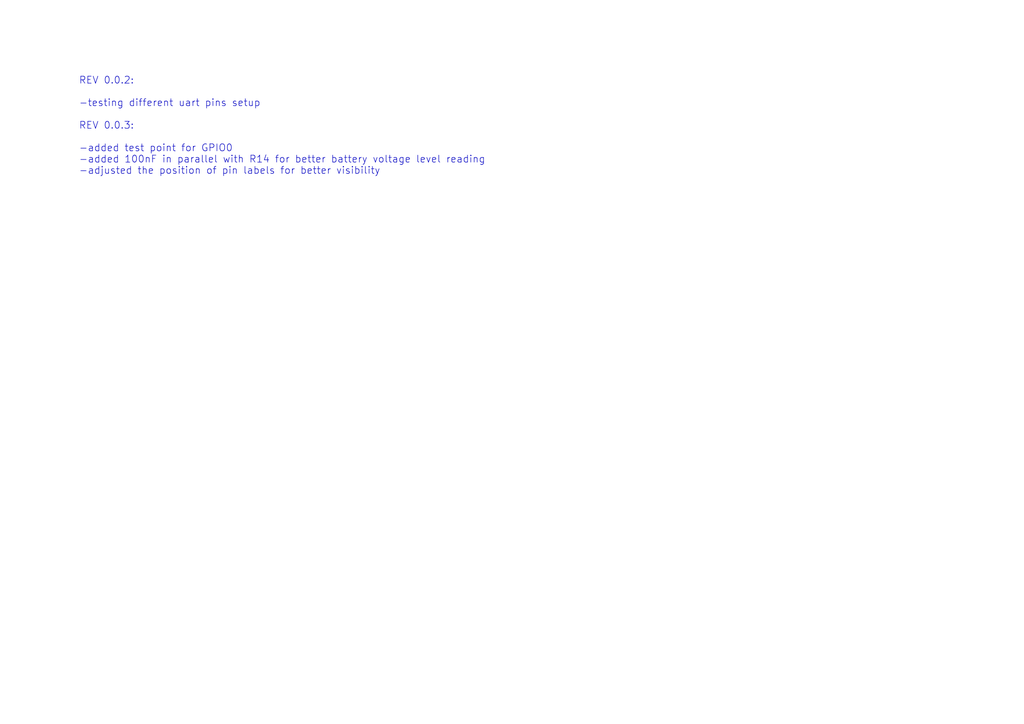
<source format=kicad_sch>
(kicad_sch (version 20211123) (generator eeschema)
  (paper "A4")
  (title_block (title "Carbon V3") (date "2021-12-08") (rev "0.0.3") (company "GroundStudio.ro") (comment 1 "Schematic: Victor"))
  (lib_symbols)
  (text "REV 0.0.2:\n\n-testing different uart pins setup\n\nREV 0.0.3:\n\n-added test point for GPIO0\n-added 100nF in parallel with R14 for better battery voltage level reading\n-adjusted the position of pin labels for better visibility" (at 22.86 50.8 0) (effects (font (size 2.032 2.032)) (justify left bottom)))
)
</source>
